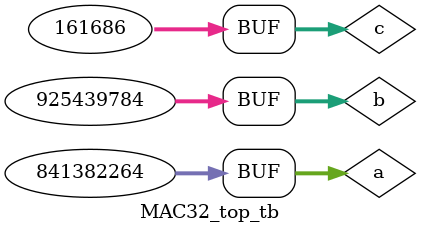
<source format=v>
`timescale 1ns / 1ps
`include "MAC32_top.v" 
module MAC32_top_tb;
 parameter PARM_RM_RNE = 3'b000,
            PARM_RM_RTZ = 3'b001,
            PARM_RM_RDN = 3'b010,
            PARM_RM_RUP = 3'b011,
            PARM_RM_RMM = 3'b100;
reg              clk;
reg  [24:0]      label;
reg  [31:0]      a, b, c;
wire [31:0]      my_result;
wire             my_OF, my_UF, my_NX, my_NV;
reg  [2:0]       my_rm;
reg  [24:0]      wrong_answer;

//real sa, sb, sc, sans; 不支持,只能手动验证
wire [31:0] sans_wire;
MAC32_top uut_me (
    .Rounding_mode_i(my_rm),
    .A_i              (a),
    .B_i              (b),
    .C_i              (c),
    .Result_o         (my_result),
    .OF_o             (my_OF),
    .UF_o             (my_UF),
    .NX_o             (my_NX),
    .NV_o             (my_NV)
  );

initial begin
  $monitor("a = %h, b = %h, c = %h, my_result = %h, my_OF = %b, my_UF = %b, my_NX = %b, my_NV = %b", a, b, c, my_result, my_OF, my_UF, my_NX, my_NV);
end
initial begin
     #2;
    a = 32'h7fc00000; //NaN
    b = 32'hac822ea3; //-3.69999994185e-12
    c = 32'hcc03dec4; //-34568976.0

    #2;
    a = 32'h00012799; //-5.1000000667e-07
    b = 32'h00123472; //NaN
    c = 32'h00027796; //-34568976.0

    #2;
    a = 32'h32267978; //-5.1000000667e-07
    b = 32'h37291728; //NaN
    c = 32'h00027796; //-34568976.0

end
endmodule
</source>
